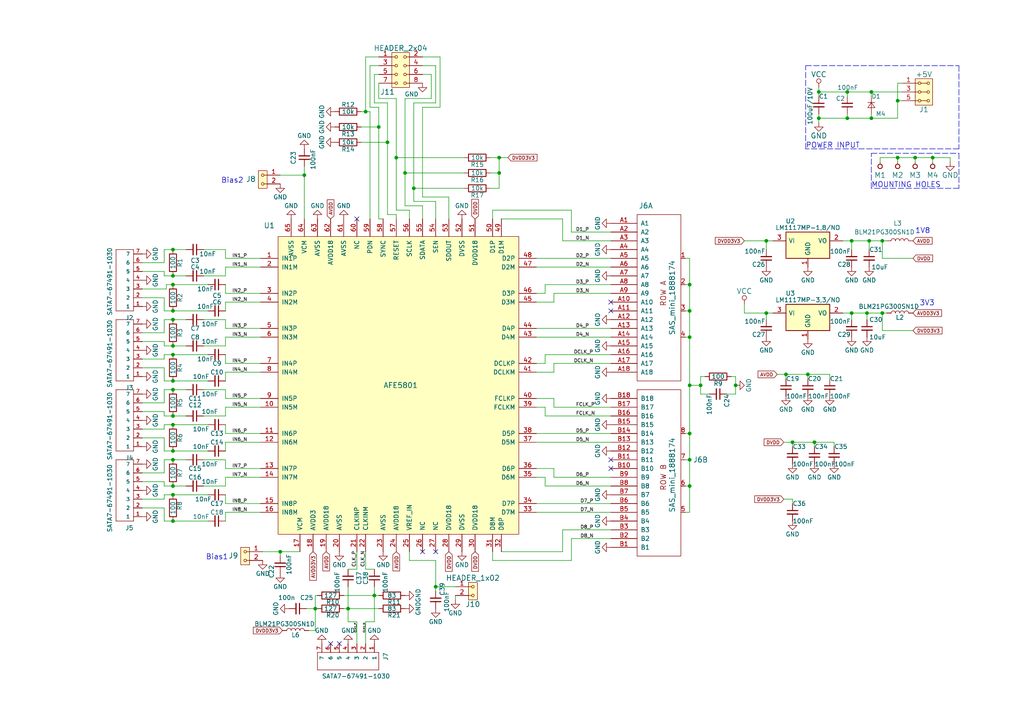
<source format=kicad_sch>
(kicad_sch (version 20211123) (generator eeschema)
  (paper "A4")
  (title_block (title "ADCoctoSPI01A") (date "2022-03-24") (company "Mlab.cz") (comment 2 "Serial LVDS output 8-channel 12bit ADC"))
  (junction (at 222.25 90.805) (diameter 0.9144))
  (junction (at 247.015 69.85) (diameter 0.9144))
  (junction (at 255.905 69.85) (diameter 0.9144))
  (junction (at 236.22 128.27) (diameter 0.9144))
  (junction (at 112.395 41.275) (diameter 0.9144))
  (junction (at 237.49 26.67) (diameter 0.9144))
  (junction (at 50.165 102.87) (diameter 0.9144))
  (junction (at 50.165 143.51) (diameter 0.9144))
  (junction (at 114.935 45.72) (diameter 0.9144))
  (junction (at 270.51 45.72) (diameter 0.9144))
  (junction (at 117.475 50.165) (diameter 0.9144))
  (junction (at 227.965 108.585) (diameter 0.9144))
  (junction (at 200.025 97.79) (diameter 0.9144))
  (junction (at 237.49 34.29) (diameter 0.9144))
  (junction (at 81.28 160.02) (diameter 0.9144))
  (junction (at 260.35 29.21) (diameter 0.9144))
  (junction (at 200.025 140.97) (diameter 0.9144))
  (junction (at 245.745 34.29) (diameter 0.9144))
  (junction (at 50.165 151.13) (diameter 0.9144))
  (junction (at 200.025 82.55) (diameter 0.9144))
  (junction (at 100.965 176.53) (diameter 0.9144))
  (junction (at 200.025 90.17) (diameter 0.9144))
  (junction (at 252.095 69.85) (diameter 0.9144))
  (junction (at 50.165 90.17) (diameter 0.9144))
  (junction (at 203.2 111.76) (diameter 0.9144))
  (junction (at 251.46 90.805) (diameter 0.9144))
  (junction (at 88.265 50.8) (diameter 0.9144))
  (junction (at 200.025 111.76) (diameter 0.9144))
  (junction (at 108.585 172.72) (diameter 0.9144))
  (junction (at 50.165 100.33) (diameter 0.9144))
  (junction (at 50.165 120.65) (diameter 0.9144))
  (junction (at 144.78 45.72) (diameter 0.9144))
  (junction (at 245.745 26.67) (diameter 0.9144))
  (junction (at 144.78 50.165) (diameter 0.9144))
  (junction (at 255.905 90.805) (diameter 0.9144))
  (junction (at 213.36 111.76) (diameter 0.9144))
  (junction (at 50.165 72.39) (diameter 0.9144))
  (junction (at 247.015 90.805) (diameter 0.9144))
  (junction (at 126.365 170.18) (diameter 0.9144))
  (junction (at 252.73 34.29) (diameter 0.9144))
  (junction (at 50.165 133.35) (diameter 0.9144))
  (junction (at 229.87 128.27) (diameter 0.9144))
  (junction (at 50.165 80.01) (diameter 0.9144))
  (junction (at 200.025 125.73) (diameter 0.9144))
  (junction (at 50.165 92.71) (diameter 0.9144))
  (junction (at 106.045 32.385) (diameter 0.9144))
  (junction (at 120.015 54.61) (diameter 0.9144))
  (junction (at 252.73 26.67) (diameter 0.9144))
  (junction (at 91.44 176.53) (diameter 0.9144))
  (junction (at 50.165 130.81) (diameter 0.9144))
  (junction (at 200.025 133.35) (diameter 0.9144))
  (junction (at 260.35 45.72) (diameter 0.9144))
  (junction (at 50.165 110.49) (diameter 0.9144))
  (junction (at 109.855 36.83) (diameter 0.9144))
  (junction (at 222.25 69.85) (diameter 0.9144))
  (junction (at 50.165 113.03) (diameter 0.9144))
  (junction (at 50.165 123.19) (diameter 0.9144))
  (junction (at 265.43 45.72) (diameter 0.9144))
  (junction (at 50.165 140.97) (diameter 0.9144))
  (junction (at 50.165 82.55) (diameter 0.9144))
  (junction (at 234.315 108.585) (diameter 0.9144))
  (no_connect (at 98.425 186.69))
  (no_connect (at 177.165 133.35))
  (no_connect (at 95.885 186.69))
  (no_connect (at 177.165 87.63))
  (no_connect (at 103.505 63.5))
  (no_connect (at 126.365 160.02))
  (no_connect (at 177.165 90.17))
  (no_connect (at 177.165 135.89))
  (no_connect (at 122.555 160.02))
  (wire (pts (xy 155.575 74.93) (xy 177.165 74.93)))
  (wire (pts (xy 144.78 45.72) (xy 147.32 45.72)))
  (wire (pts (xy 103.505 160.02) (xy 103.505 165.1)))
  (wire (pts (xy 108.585 172.72) (xy 108.585 170.18)))
  (wire (pts (xy 255.905 69.85) (xy 257.175 69.85)))
  (wire (pts (xy 107.315 31.115) (xy 109.855 31.115)))
  (wire (pts (xy 155.575 118.11) (xy 158.115 118.11)))
  (wire (pts (xy 47.625 80.01) (xy 50.165 80.01)))
  (wire (pts (xy 126.365 162.56) (xy 126.365 170.18)))
  (wire (pts (xy 114.935 28.575) (xy 114.935 45.72)))
  (wire (pts (xy 65.405 90.17) (xy 65.405 87.63)))
  (wire (pts (xy 200.025 148.59) (xy 198.755 148.59)))
  (polyline (pts (xy 233.68 19.05) (xy 278.13 19.05)) (stroke (width 0) (type dash)))
  (wire (pts (xy 50.165 72.39) (xy 53.975 72.39)))
  (wire (pts (xy 41.275 78.74) (xy 47.625 78.74)))
  (wire (pts (xy 47.625 133.35) (xy 50.165 133.35)))
  (wire (pts (xy 117.475 28.575) (xy 117.475 50.165)))
  (wire (pts (xy 213.36 109.22) (xy 212.09 109.22)))
  (wire (pts (xy 50.165 130.81) (xy 60.325 130.81)))
  (wire (pts (xy 106.045 16.51) (xy 106.045 32.385)))
  (wire (pts (xy 109.855 16.51) (xy 106.045 16.51)))
  (wire (pts (xy 177.165 67.31) (xy 165.735 67.31)))
  (wire (pts (xy 198.755 90.17) (xy 200.025 90.17)))
  (wire (pts (xy 260.35 24.13) (xy 260.35 29.21)))
  (wire (pts (xy 88.9 176.53) (xy 91.44 176.53)))
  (wire (pts (xy 215.9 88.265) (xy 215.9 90.805)))
  (wire (pts (xy 92.075 172.72) (xy 91.44 172.72)))
  (wire (pts (xy 127.635 16.51) (xy 122.555 16.51)))
  (wire (pts (xy 65.405 118.11) (xy 75.565 118.11)))
  (wire (pts (xy 237.49 34.29) (xy 237.49 35.56)))
  (wire (pts (xy 160.655 138.43) (xy 177.165 138.43)))
  (wire (pts (xy 198.755 74.93) (xy 200.025 74.93)))
  (wire (pts (xy 109.855 24.13) (xy 109.855 28.575)))
  (wire (pts (xy 125.095 21.59) (xy 122.555 21.59)))
  (wire (pts (xy 142.24 45.72) (xy 144.78 45.72)))
  (wire (pts (xy 222.25 69.85) (xy 224.155 69.85)))
  (wire (pts (xy 59.055 140.97) (xy 65.405 140.97)))
  (wire (pts (xy 158.115 85.09) (xy 158.115 82.55)))
  (wire (pts (xy 50.165 92.71) (xy 53.975 92.71)))
  (wire (pts (xy 47.625 139.7) (xy 47.625 140.97)))
  (wire (pts (xy 59.055 92.71) (xy 65.405 92.71)))
  (wire (pts (xy 222.25 90.805) (xy 224.155 90.805)))
  (wire (pts (xy 47.625 110.49) (xy 50.165 110.49)))
  (wire (pts (xy 237.49 26.67) (xy 245.745 26.67)))
  (wire (pts (xy 126.365 170.18) (xy 126.365 171.45)))
  (wire (pts (xy 229.87 144.78) (xy 229.87 146.05)))
  (wire (pts (xy 59.055 113.03) (xy 65.405 113.03)))
  (wire (pts (xy 200.025 133.35) (xy 200.025 140.97)))
  (wire (pts (xy 198.755 133.35) (xy 200.025 133.35)))
  (wire (pts (xy 47.625 137.16) (xy 41.275 137.16)))
  (wire (pts (xy 215.9 69.85) (xy 222.25 69.85)))
  (wire (pts (xy 99.695 176.53) (xy 100.965 176.53)))
  (wire (pts (xy 65.405 100.33) (xy 65.405 97.79)))
  (wire (pts (xy 48.26 83.82) (xy 48.26 82.55)))
  (wire (pts (xy 47.625 143.51) (xy 50.165 143.51)))
  (wire (pts (xy 222.25 72.39) (xy 222.25 69.85)))
  (wire (pts (xy 65.405 85.09) (xy 75.565 85.09)))
  (wire (pts (xy 118.745 162.56) (xy 126.365 162.56)))
  (wire (pts (xy 41.275 139.7) (xy 47.625 139.7)))
  (wire (pts (xy 144.78 54.61) (xy 142.24 54.61)))
  (wire (pts (xy 255.905 90.805) (xy 257.175 90.805)))
  (wire (pts (xy 200.025 111.76) (xy 200.025 125.73)))
  (wire (pts (xy 47.625 123.19) (xy 50.165 123.19)))
  (wire (pts (xy 155.575 97.79) (xy 177.165 97.79)))
  (wire (pts (xy 203.2 109.22) (xy 203.2 111.76)))
  (wire (pts (xy 41.275 83.82) (xy 48.26 83.82)))
  (wire (pts (xy 47.625 144.78) (xy 41.275 144.78)))
  (wire (pts (xy 109.855 36.83) (xy 109.855 63.5)))
  (wire (pts (xy 229.87 129.54) (xy 229.87 128.27)))
  (wire (pts (xy 177.165 102.87) (xy 158.115 102.87)))
  (wire (pts (xy 112.395 62.23) (xy 114.935 62.23)))
  (wire (pts (xy 155.575 95.25) (xy 177.165 95.25)))
  (wire (pts (xy 213.36 111.76) (xy 213.36 109.22)))
  (wire (pts (xy 260.35 45.72) (xy 265.43 45.72)))
  (wire (pts (xy 155.575 146.05) (xy 177.165 146.05)))
  (wire (pts (xy 213.36 114.3) (xy 213.36 111.76)))
  (polyline (pts (xy 252.73 44.45) (xy 278.13 44.45)) (stroke (width 0) (type dash)))
  (wire (pts (xy 255.905 95.885) (xy 255.905 90.805)))
  (wire (pts (xy 158.115 140.97) (xy 177.165 140.97)))
  (wire (pts (xy 198.755 82.55) (xy 200.025 82.55)))
  (wire (pts (xy 126.365 29.845) (xy 126.365 19.05)))
  (wire (pts (xy 41.275 76.2) (xy 47.625 76.2)))
  (wire (pts (xy 65.405 77.47) (xy 75.565 77.47)))
  (wire (pts (xy 275.59 45.72) (xy 275.59 46.99)))
  (wire (pts (xy 270.51 46.99) (xy 270.51 45.72)))
  (wire (pts (xy 65.405 133.35) (xy 65.405 135.89)))
  (wire (pts (xy 41.275 106.68) (xy 47.625 106.68)))
  (wire (pts (xy 50.165 143.51) (xy 60.325 143.51)))
  (wire (pts (xy 109.855 63.5) (xy 111.125 63.5)))
  (wire (pts (xy 89.535 182.88) (xy 91.44 182.88)))
  (wire (pts (xy 200.025 90.17) (xy 200.025 97.79)))
  (wire (pts (xy 244.475 69.85) (xy 247.015 69.85)))
  (wire (pts (xy 261.62 29.21) (xy 260.35 29.21)))
  (wire (pts (xy 47.625 106.68) (xy 47.625 110.49)))
  (wire (pts (xy 163.195 153.67) (xy 177.165 153.67)))
  (wire (pts (xy 109.855 19.05) (xy 107.315 19.05)))
  (polyline (pts (xy 278.13 44.45) (xy 278.13 54.61)) (stroke (width 0) (type dash)))
  (wire (pts (xy 227.965 109.855) (xy 227.965 108.585)))
  (wire (pts (xy 50.165 140.97) (xy 53.975 140.97)))
  (wire (pts (xy 225.425 108.585) (xy 227.965 108.585)))
  (wire (pts (xy 47.625 104.14) (xy 41.275 104.14)))
  (wire (pts (xy 47.625 100.33) (xy 50.165 100.33)))
  (wire (pts (xy 155.575 125.73) (xy 177.165 125.73)))
  (wire (pts (xy 65.405 82.55) (xy 65.405 85.09)))
  (wire (pts (xy 158.115 82.55) (xy 177.165 82.55)))
  (wire (pts (xy 165.735 60.96) (xy 142.875 60.96)))
  (wire (pts (xy 47.625 102.87) (xy 50.165 102.87)))
  (wire (pts (xy 145.415 63.5) (xy 163.195 63.5)))
  (wire (pts (xy 270.51 45.72) (xy 275.59 45.72)))
  (wire (pts (xy 65.405 113.03) (xy 65.405 115.57)))
  (wire (pts (xy 59.055 120.65) (xy 65.405 120.65)))
  (wire (pts (xy 65.405 115.57) (xy 75.565 115.57)))
  (wire (pts (xy 47.625 86.36) (xy 47.625 90.17)))
  (polyline (pts (xy 278.13 19.05) (xy 278.13 43.18)) (stroke (width 0) (type dash)))
  (wire (pts (xy 50.165 82.55) (xy 60.325 82.55)))
  (wire (pts (xy 252.73 33.02) (xy 252.73 34.29)))
  (wire (pts (xy 100.965 170.18) (xy 100.965 176.53)))
  (wire (pts (xy 244.475 90.805) (xy 247.015 90.805)))
  (wire (pts (xy 200.025 82.55) (xy 200.025 90.17)))
  (wire (pts (xy 47.625 113.03) (xy 47.625 116.84)))
  (wire (pts (xy 47.625 140.97) (xy 50.165 140.97)))
  (wire (pts (xy 158.115 138.43) (xy 158.115 140.97)))
  (wire (pts (xy 255.905 74.93) (xy 255.905 69.85)))
  (wire (pts (xy 155.575 107.95) (xy 160.655 107.95)))
  (wire (pts (xy 50.165 133.35) (xy 53.975 133.35)))
  (wire (pts (xy 65.405 135.89) (xy 75.565 135.89)))
  (wire (pts (xy 134.62 50.165) (xy 117.475 50.165)))
  (wire (pts (xy 252.73 26.67) (xy 261.62 26.67)))
  (wire (pts (xy 50.165 120.65) (xy 53.975 120.65)))
  (wire (pts (xy 142.875 160.02) (xy 142.875 162.56)))
  (wire (pts (xy 122.555 57.15) (xy 122.555 31.115)))
  (wire (pts (xy 155.575 138.43) (xy 158.115 138.43)))
  (wire (pts (xy 114.935 60.96) (xy 118.745 60.96)))
  (wire (pts (xy 198.755 97.79) (xy 200.025 97.79)))
  (wire (pts (xy 65.405 130.81) (xy 65.405 128.27)))
  (wire (pts (xy 237.49 26.67) (xy 237.49 27.94)))
  (wire (pts (xy 203.2 111.76) (xy 203.2 114.3)))
  (wire (pts (xy 120.015 29.845) (xy 126.365 29.845)))
  (polyline (pts (xy 252.73 54.61) (xy 252.73 44.45)) (stroke (width 0) (type dash)))
  (wire (pts (xy 264.795 95.885) (xy 255.905 95.885)))
  (wire (pts (xy 106.045 160.02) (xy 106.045 165.1)))
  (wire (pts (xy 108.585 29.845) (xy 112.395 29.845)))
  (wire (pts (xy 100.965 180.34) (xy 103.505 180.34)))
  (wire (pts (xy 65.405 146.05) (xy 75.565 146.05)))
  (wire (pts (xy 252.095 69.85) (xy 255.905 69.85)))
  (wire (pts (xy 65.405 87.63) (xy 75.565 87.63)))
  (wire (pts (xy 65.405 143.51) (xy 65.405 146.05)))
  (wire (pts (xy 92.075 176.53) (xy 91.44 176.53)))
  (wire (pts (xy 165.735 156.21) (xy 177.165 156.21)))
  (wire (pts (xy 234.315 109.855) (xy 234.315 108.585)))
  (wire (pts (xy 47.625 130.81) (xy 50.165 130.81)))
  (wire (pts (xy 265.43 46.99) (xy 265.43 45.72)))
  (wire (pts (xy 47.625 127) (xy 47.625 130.81)))
  (wire (pts (xy 117.475 28.575) (xy 125.095 28.575)))
  (wire (pts (xy 65.405 95.25) (xy 75.565 95.25)))
  (wire (pts (xy 237.49 33.02) (xy 237.49 34.29)))
  (wire (pts (xy 48.26 82.55) (xy 50.165 82.55)))
  (wire (pts (xy 65.405 80.01) (xy 59.055 80.01)))
  (wire (pts (xy 160.655 115.57) (xy 160.655 118.11)))
  (wire (pts (xy 109.855 31.115) (xy 109.855 36.83)))
  (wire (pts (xy 245.745 33.02) (xy 245.745 34.29)))
  (wire (pts (xy 47.625 143.51) (xy 47.625 144.78)))
  (wire (pts (xy 198.755 140.97) (xy 200.025 140.97)))
  (wire (pts (xy 88.265 50.8) (xy 88.265 63.5)))
  (wire (pts (xy 165.735 67.31) (xy 165.735 60.96)))
  (wire (pts (xy 251.46 90.805) (xy 251.46 92.71)))
  (wire (pts (xy 59.055 72.39) (xy 65.405 72.39)))
  (wire (pts (xy 47.625 147.32) (xy 47.625 151.13)))
  (wire (pts (xy 47.625 120.65) (xy 50.165 120.65)))
  (wire (pts (xy 118.745 160.02) (xy 118.745 162.56)))
  (wire (pts (xy 142.875 162.56) (xy 165.735 162.56)))
  (wire (pts (xy 252.73 27.94) (xy 252.73 26.67)))
  (wire (pts (xy 59.055 100.33) (xy 65.405 100.33)))
  (wire (pts (xy 50.165 110.49) (xy 60.325 110.49)))
  (wire (pts (xy 81.28 161.29) (xy 81.28 160.02)))
  (wire (pts (xy 155.575 85.09) (xy 158.115 85.09)))
  (wire (pts (xy 132.08 172.72) (xy 132.08 173.99)))
  (wire (pts (xy 142.875 60.96) (xy 142.875 63.5)))
  (wire (pts (xy 50.165 90.17) (xy 60.325 90.17)))
  (wire (pts (xy 114.935 62.23) (xy 114.935 63.5)))
  (wire (pts (xy 109.855 28.575) (xy 114.935 28.575)))
  (wire (pts (xy 255.905 74.93) (xy 264.795 74.93)))
  (wire (pts (xy 163.195 160.02) (xy 163.195 153.67)))
  (wire (pts (xy 203.2 114.3) (xy 205.74 114.3)))
  (wire (pts (xy 107.315 32.385) (xy 107.315 63.5)))
  (wire (pts (xy 234.315 108.585) (xy 240.665 108.585)))
  (wire (pts (xy 245.745 27.94) (xy 245.745 26.67)))
  (wire (pts (xy 155.575 87.63) (xy 160.655 87.63)))
  (wire (pts (xy 50.165 113.03) (xy 53.975 113.03)))
  (wire (pts (xy 41.275 147.32) (xy 47.625 147.32)))
  (wire (pts (xy 247.015 90.805) (xy 251.46 90.805)))
  (wire (pts (xy 91.44 182.88) (xy 91.44 176.53)))
  (wire (pts (xy 130.175 57.15) (xy 130.175 63.5)))
  (wire (pts (xy 47.625 76.2) (xy 47.625 72.39)))
  (wire (pts (xy 132.08 170.18) (xy 126.365 170.18)))
  (wire (pts (xy 160.655 105.41) (xy 177.165 105.41)))
  (wire (pts (xy 65.405 105.41) (xy 75.565 105.41)))
  (wire (pts (xy 160.655 118.11) (xy 177.165 118.11)))
  (wire (pts (xy 142.24 50.165) (xy 144.78 50.165)))
  (wire (pts (xy 76.2 160.02) (xy 81.28 160.02)))
  (wire (pts (xy 47.625 72.39) (xy 50.165 72.39)))
  (wire (pts (xy 47.625 119.38) (xy 47.625 120.65)))
  (wire (pts (xy 127.635 31.115) (xy 127.635 16.51)))
  (wire (pts (xy 65.405 92.71) (xy 65.405 95.25)))
  (wire (pts (xy 144.78 50.165) (xy 144.78 54.61)))
  (wire (pts (xy 88.265 48.26) (xy 88.265 50.8)))
  (wire (pts (xy 252.095 72.39) (xy 252.095 69.85)))
  (wire (pts (xy 255.27 45.72) (xy 260.35 45.72)))
  (wire (pts (xy 240.665 108.585) (xy 240.665 109.855)))
  (wire (pts (xy 65.405 107.95) (xy 75.565 107.95)))
  (wire (pts (xy 65.405 140.97) (xy 65.405 138.43)))
  (wire (pts (xy 41.275 99.06) (xy 47.625 99.06)))
  (wire (pts (xy 200.025 111.76) (xy 203.2 111.76)))
  (wire (pts (xy 65.405 110.49) (xy 65.405 107.95)))
  (wire (pts (xy 236.22 129.54) (xy 236.22 128.27)))
  (wire (pts (xy 158.115 102.87) (xy 158.115 105.41)))
  (wire (pts (xy 47.625 78.74) (xy 47.625 80.01)))
  (wire (pts (xy 247.015 72.39) (xy 247.015 69.85)))
  (wire (pts (xy 65.405 151.13) (xy 65.405 148.59)))
  (wire (pts (xy 241.935 128.27) (xy 241.935 129.54)))
  (wire (pts (xy 47.625 116.84) (xy 41.275 116.84)))
  (wire (pts (xy 158.115 120.65) (xy 177.165 120.65)))
  (wire (pts (xy 245.745 26.67) (xy 252.73 26.67)))
  (wire (pts (xy 47.625 99.06) (xy 47.625 100.33)))
  (wire (pts (xy 260.35 29.21) (xy 260.35 34.29)))
  (wire (pts (xy 160.655 87.63) (xy 160.655 85.09)))
  (wire (pts (xy 65.405 123.19) (xy 65.405 125.73)))
  (wire (pts (xy 106.045 180.34) (xy 108.585 180.34)))
  (polyline (pts (xy 278.13 43.18) (xy 233.68 43.18)) (stroke (width 0) (type dash)))
  (wire (pts (xy 65.405 72.39) (xy 65.405 74.93)))
  (wire (pts (xy 41.275 86.36) (xy 47.625 86.36)))
  (wire (pts (xy 109.855 21.59) (xy 108.585 21.59)))
  (wire (pts (xy 200.025 140.97) (xy 200.025 148.59)))
  (wire (pts (xy 47.625 104.14) (xy 47.625 102.87)))
  (wire (pts (xy 47.625 124.46) (xy 47.625 123.19)))
  (wire (pts (xy 50.165 151.13) (xy 60.325 151.13)))
  (wire (pts (xy 261.62 24.13) (xy 260.35 24.13)))
  (wire (pts (xy 59.055 133.35) (xy 65.405 133.35)))
  (wire (pts (xy 91.44 172.72) (xy 91.44 176.53)))
  (wire (pts (xy 41.275 124.46) (xy 47.625 124.46)))
  (wire (pts (xy 120.015 54.61) (xy 120.015 58.42)))
  (wire (pts (xy 47.625 151.13) (xy 50.165 151.13)))
  (wire (pts (xy 251.46 90.805) (xy 255.905 90.805)))
  (wire (pts (xy 236.22 128.27) (xy 241.935 128.27)))
  (wire (pts (xy 109.855 172.72) (xy 108.585 172.72)))
  (wire (pts (xy 41.275 127) (xy 47.625 127)))
  (wire (pts (xy 100.965 165.1) (xy 103.505 165.1)))
  (wire (pts (xy 265.43 45.72) (xy 270.51 45.72)))
  (wire (pts (xy 255.27 45.72) (xy 255.27 46.99)))
  (wire (pts (xy 109.855 176.53) (xy 100.965 176.53)))
  (wire (pts (xy 227.965 108.585) (xy 234.315 108.585)))
  (wire (pts (xy 134.62 54.61) (xy 120.015 54.61)))
  (wire (pts (xy 120.015 29.845) (xy 120.015 54.61)))
  (wire (pts (xy 65.405 77.47) (xy 65.405 80.01)))
  (wire (pts (xy 47.625 92.71) (xy 50.165 92.71)))
  (wire (pts (xy 229.87 128.27) (xy 236.22 128.27)))
  (wire (pts (xy 122.555 31.115) (xy 127.635 31.115)))
  (wire (pts (xy 260.35 34.29) (xy 252.73 34.29)))
  (wire (pts (xy 47.625 92.71) (xy 47.625 96.52)))
  (wire (pts (xy 134.62 45.72) (xy 114.935 45.72)))
  (wire (pts (xy 65.405 125.73) (xy 75.565 125.73)))
  (wire (pts (xy 117.475 59.69) (xy 122.555 59.69)))
  (polyline (pts (xy 233.68 43.18) (xy 233.68 19.05)) (stroke (width 0) (type dash)))
  (wire (pts (xy 65.405 128.27) (xy 75.565 128.27)))
  (wire (pts (xy 108.585 21.59) (xy 108.585 29.845)))
  (wire (pts (xy 252.73 34.29) (xy 245.745 34.29)))
  (polyline (pts (xy 278.13 54.61) (xy 252.73 54.61)) (stroke (width 0) (type dash)))
  (wire (pts (xy 47.625 133.35) (xy 47.625 137.16)))
  (wire (pts (xy 107.315 19.05) (xy 107.315 31.115)))
  (wire (pts (xy 215.9 90.805) (xy 222.25 90.805)))
  (wire (pts (xy 160.655 107.95) (xy 160.655 105.41)))
  (wire (pts (xy 125.095 28.575) (xy 125.095 21.59)))
  (wire (pts (xy 104.775 36.83) (xy 109.855 36.83)))
  (wire (pts (xy 47.625 90.17) (xy 50.165 90.17)))
  (wire (pts (xy 65.405 74.93) (xy 75.565 74.93)))
  (wire (pts (xy 210.82 114.3) (xy 213.36 114.3)))
  (wire (pts (xy 155.575 115.57) (xy 160.655 115.57)))
  (wire (pts (xy 50.165 102.87) (xy 60.325 102.87)))
  (wire (pts (xy 158.115 118.11) (xy 158.115 120.65)))
  (wire (pts (xy 160.655 85.09) (xy 177.165 85.09)))
  (wire (pts (xy 114.935 45.72) (xy 114.935 60.96)))
  (wire (pts (xy 118.745 60.96) (xy 118.745 63.5)))
  (wire (pts (xy 260.35 46.99) (xy 260.35 45.72)))
  (wire (pts (xy 155.575 128.27) (xy 177.165 128.27)))
  (wire (pts (xy 112.395 29.845) (xy 112.395 41.275)))
  (wire (pts (xy 247.015 69.85) (xy 252.095 69.85)))
  (wire (pts (xy 103.505 180.34) (xy 103.505 186.69)))
  (wire (pts (xy 100.965 176.53) (xy 100.965 180.34)))
  (wire (pts (xy 50.165 80.01) (xy 53.975 80.01)))
  (wire (pts (xy 145.415 160.02) (xy 163.195 160.02)))
  (wire (pts (xy 122.555 59.69) (xy 122.555 63.5)))
  (wire (pts (xy 81.28 50.8) (xy 88.265 50.8)))
  (wire (pts (xy 120.015 58.42) (xy 126.365 58.42)))
  (wire (pts (xy 155.575 77.47) (xy 177.165 77.47)))
  (wire (pts (xy 47.625 96.52) (xy 41.275 96.52)))
  (wire (pts (xy 198.755 125.73) (xy 200.025 125.73)))
  (wire (pts (xy 106.045 32.385) (xy 107.315 32.385)))
  (wire (pts (xy 247.015 90.805) (xy 247.015 92.71)))
  (wire (pts (xy 117.475 50.165) (xy 117.475 59.69)))
  (wire (pts (xy 112.395 41.275) (xy 112.395 62.23)))
  (wire (pts (xy 204.47 109.22) (xy 203.2 109.22)))
  (wire (pts (xy 245.745 34.29) (xy 237.49 34.29)))
  (wire (pts (xy 104.775 41.275) (xy 112.395 41.275)))
  (wire (pts (xy 65.405 138.43) (xy 75.565 138.43)))
  (wire (pts (xy 155.575 105.41) (xy 158.115 105.41)))
  (wire (pts (xy 160.655 135.89) (xy 160.655 138.43)))
  (wire (pts (xy 106.045 186.69) (xy 106.045 180.34)))
  (wire (pts (xy 200.025 74.93) (xy 200.025 82.55)))
  (wire (pts (xy 227.33 128.27) (xy 229.87 128.27)))
  (wire (pts (xy 222.25 92.71) (xy 222.25 90.805)))
  (wire (pts (xy 200.025 125.73) (xy 200.025 133.35)))
  (wire (pts (xy 65.405 102.87) (xy 65.405 105.41)))
  (wire (pts (xy 47.625 113.03) (xy 50.165 113.03)))
  (wire (pts (xy 104.775 32.385) (xy 106.045 32.385)))
  (wire (pts (xy 165.735 162.56) (xy 165.735 156.21)))
  (wire (pts (xy 155.575 148.59) (xy 177.165 148.59)))
  (wire (pts (xy 106.045 165.1) (xy 108.585 165.1)))
  (wire (pts (xy 65.405 120.65) (xy 65.405 118.11)))
  (wire (pts (xy 65.405 97.79) (xy 75.565 97.79)))
  (wire (pts (xy 237.49 25.4) (xy 237.49 26.67)))
  (wire (pts (xy 200.025 97.79) (xy 200.025 111.76)))
  (wire (pts (xy 126.365 19.05) (xy 122.555 19.05)))
  (wire (pts (xy 163.195 69.85) (xy 177.165 69.85)))
  (wire (pts (xy 108.585 180.34) (xy 108.585 172.72)))
  (wire (pts (xy 50.165 100.33) (xy 53.975 100.33)))
  (wire (pts (xy 99.695 172.72) (xy 108.585 172.72)))
  (wire (pts (xy 81.28 160.02) (xy 86.995 160.02)))
  (wire (pts (xy 65.405 148.59) (xy 75.565 148.59)))
  (wire (pts (xy 155.575 135.89) (xy 160.655 135.89)))
  (wire (pts (xy 50.165 123.19) (xy 60.325 123.19)))
  (wire (pts (xy 41.275 119.38) (xy 47.625 119.38)))
  (wire (pts (xy 163.195 63.5) (xy 163.195 69.85)))
  (wire (pts (xy 227.33 144.78) (xy 229.87 144.78)))
  (wire (pts (xy 144.78 45.72) (xy 144.78 50.165)))
  (wire (pts (xy 126.365 58.42) (xy 126.365 63.5)))
  (wire (pts (xy 122.555 57.15) (xy 130.175 57.15)))
  (text "Bias1" (at 59.69 162.56 0) (effects (font (size 1.524 1.524)) (justify left bottom)))
  (text "Bias2" (at 64.135 53.34 0) (effects (font (size 1.524 1.524)) (justify left bottom)))
  (text "POWER INPUT" (at 233.68 43.18 0) (effects (font (size 1.524 1.524)) (justify left bottom)))
  (text "MOUNTING HOLES" (at 252.73 54.61 0) (effects (font (size 1.524 1.524)) (justify left bottom)))
  (text "1V8" (at 265.43 67.945 0) (effects (font (size 1.524 1.524)) (justify left bottom)))
  (text "3V3" (at 266.7 88.9 0) (effects (font (size 1.524 1.524)) (justify left bottom)))
  (label "IN6_P" (at 67.31 125.73 0) (effects (font (size 0.9906 0.9906))))
  (label "IN5_N" (at 67.31 118.11 0) (effects (font (size 0.9906 0.9906))))
  (label "IN8_N" (at 67.31 148.59 0) (effects (font (size 0.9906 0.9906))))
  (label "CLK_N" (at 106.045 164.465 90) (effects (font (size 0.9906 0.9906))))
  (label "D6_P" (at 167.005 138.43 0) (effects (font (size 0.9906 0.9906))))
  (label "CLK1_N" (at 106.045 183.515 90) (effects (font (size 0.508 0.508))))
  (label "FCLK_P" (at 167.005 118.11 0) (effects (font (size 0.9906 0.9906))))
  (label "D5_P" (at 167.005 125.73 0) (effects (font (size 0.9906 0.9906))))
  (label "IN8_P" (at 67.31 146.05 0) (effects (font (size 0.9906 0.9906))))
  (label "D6_N" (at 167.005 140.97 0) (effects (font (size 0.9906 0.9906))))
  (label "DCLK_P" (at 166.37 102.87 0) (effects (font (size 0.9906 0.9906))))
  (label "D7_P" (at 168.275 146.05 0) (effects (font (size 0.9906 0.9906))))
  (label "CLK_P" (at 103.505 164.465 90) (effects (font (size 0.9906 0.9906))))
  (label "D5_N" (at 167.005 128.27 0) (effects (font (size 0.9906 0.9906))))
  (label "D8_P" (at 168.275 153.67 0) (effects (font (size 0.9906 0.9906))))
  (label "FCLK_N" (at 167.005 120.65 0) (effects (font (size 0.9906 0.9906))))
  (label "IN1_P" (at 67.31 74.93 0) (effects (font (size 0.9906 0.9906))))
  (label "D1_N" (at 167.005 69.85 0) (effects (font (size 0.9906 0.9906))))
  (label "D3_N" (at 167.005 85.09 0) (effects (font (size 0.9906 0.9906))))
  (label "IN7_N" (at 67.31 138.43 0) (effects (font (size 0.9906 0.9906))))
  (label "DCLK_N" (at 166.37 105.41 0) (effects (font (size 0.9906 0.9906))))
  (label "IN2_N" (at 67.31 87.63 0) (effects (font (size 0.9906 0.9906))))
  (label "IN4_P" (at 67.31 105.41 0) (effects (font (size 0.9906 0.9906))))
  (label "D8_N" (at 168.275 156.21 0) (effects (font (size 0.9906 0.9906))))
  (label "D7_N" (at 168.275 148.59 0) (effects (font (size 0.9906 0.9906))))
  (label "D2_P" (at 167.005 74.93 0) (effects (font (size 0.9906 0.9906))))
  (label "D2_N" (at 167.005 77.47 0) (effects (font (size 0.9906 0.9906))))
  (label "IN4_N" (at 67.31 107.95 0) (effects (font (size 0.9906 0.9906))))
  (label "D4_N" (at 167.005 97.79 0) (effects (font (size 0.9906 0.9906))))
  (label "CLK1_P" (at 103.505 183.515 90) (effects (font (size 0.508 0.508))))
  (label "D1_P" (at 167.005 67.31 0) (effects (font (size 0.9906 0.9906))))
  (label "IN5_P" (at 67.31 115.57 0) (effects (font (size 0.9906 0.9906))))
  (label "IN3_N" (at 67.31 97.79 0) (effects (font (size 0.9906 0.9906))))
  (label "IN7_P" (at 67.31 135.89 0) (effects (font (size 0.9906 0.9906))))
  (label "IN6_N" (at 67.31 128.27 0) (effects (font (size 0.9906 0.9906))))
  (label "D3_P" (at 167.005 82.55 0) (effects (font (size 0.9906 0.9906))))
  (label "IN3_P" (at 67.31 95.25 0) (effects (font (size 0.9906 0.9906))))
  (label "IN1_N" (at 67.31 77.47 0) (effects (font (size 0.9906 0.9906))))
  (label "IN2_P" (at 67.31 85.09 0) (effects (font (size 0.9906 0.9906))))
  (label "D4_P" (at 167.005 95.25 0) (effects (font (size 0.9906 0.9906))))
  (global_label "AVDD" (shape input) (at 114.935 160.02 270) (effects (font (size 0.9906 0.9906))) (property "Intersheet References" "${INTERSHEET_REFS}" (effects hide)))
  (global_label "AVDD" (shape input) (at 225.425 108.585 180) (effects (font (size 0.9906 0.9906))) (property "Intersheet References" "${INTERSHEET_REFS}" (effects hide)))
  (global_label "AVDD" (shape input) (at 264.795 69.85 0) (effects (font (size 0.9906 0.9906))) (property "Intersheet References" "${INTERSHEET_REFS}" (effects hide)))
  (global_label "DVDD3V3" (shape input) (at 227.33 144.78 180) (effects (font (size 0.9906 0.9906))) (property "Intersheet References" "${INTERSHEET_REFS}" (effects hide)))
  (global_label "AVDD" (shape input) (at 94.615 160.02 270) (effects (font (size 0.9906 0.9906))) (property "Intersheet References" "${INTERSHEET_REFS}" (effects hide)))
  (global_label "AVDD" (shape input) (at 95.885 63.5 90) (effects (font (size 0.9906 0.9906))) (property "Intersheet References" "${INTERSHEET_REFS}" (effects hide)))
  (global_label "DVDD" (shape input) (at 227.33 128.27 180) (effects (font (size 0.9906 0.9906))) (property "Intersheet References" "${INTERSHEET_REFS}" (effects hide)))
  (global_label "DVDD3V3" (shape input) (at 147.32 45.72 0) (effects (font (size 0.9906 0.9906))) (property "Intersheet References" "${INTERSHEET_REFS}" (effects hide)))
  (global_label "DVDD" (shape input) (at 130.175 160.02 270) (effects (font (size 0.9906 0.9906))) (property "Intersheet References" "${INTERSHEET_REFS}" (effects hide)))
  (global_label "DVDD3V3" (shape input) (at 81.915 182.88 180) (effects (font (size 0.9906 0.9906))) (property "Intersheet References" "${INTERSHEET_REFS}" (effects hide)))
  (global_label "DVDD" (shape input) (at 264.795 74.93 0) (effects (font (size 0.9906 0.9906))) (property "Intersheet References" "${INTERSHEET_REFS}" (effects hide)))
  (global_label "DVDD" (shape input) (at 137.795 63.5 90) (effects (font (size 0.9906 0.9906))) (property "Intersheet References" "${INTERSHEET_REFS}" (effects hide)))
  (global_label "AVDD3V3" (shape input) (at 264.795 90.805 0) (effects (font (size 0.9906 0.9906))) (property "Intersheet References" "${INTERSHEET_REFS}" (effects hide)))
  (global_label "AVDD3V3" (shape input) (at 90.805 160.02 270) (effects (font (size 0.9906 0.9906))) (property "Intersheet References" "${INTERSHEET_REFS}" (effects hide)))
  (global_label "DVDD3V3" (shape input) (at 215.9 69.85 180) (effects (font (size 0.9906 0.9906))) (property "Intersheet References" "${INTERSHEET_REFS}" (effects hide)))
  (global_label "DVDD3V3" (shape input) (at 264.795 95.885 0) (effects (font (size 0.9906 0.9906))) (property "Intersheet References" "${INTERSHEET_REFS}" (effects hide)))
  (global_label "DVDD" (shape input) (at 137.795 160.02 270) (effects (font (size 0.9906 0.9906))) (property "Intersheet References" "${INTERSHEET_REFS}" (effects hide)))
  (symbol (lib_id "ADCoctoSPI01A-rescue:HEADER_2x03_PARALLEL-MLAB_HEADER") (at 267.97 26.67 0) (unit 1)
    (property "Reference" "J1" (at 267.97 31.75 0) (effects (font (size 1.524 1.524))))
    (property "Value" "+5V" (at 267.97 21.59 0) (effects (font (size 1.524 1.524))))
    (property "Footprint" "Mlab_Pin_Headers:Straight_2x03" (effects hide))
  )
  (symbol (lib_id "ADCoctoSPI01A-rescue:VCC-power") (at 237.49 25.4 0) (unit 1)
    (property "Reference" "#PWR01" (effects hide))
    (property "Value" "VCC" (at 237.49 21.59 0) (effects (font (size 1.524 1.524))))
  )
  (symbol (lib_id "ADCoctoSPI01A-rescue:GND-power") (at 237.49 35.56 0) (unit 1)
    (property "Reference" "#PWR02" (effects hide))
    (property "Value" "GND" (at 237.49 39.37 0) (effects (font (size 1.524 1.524))))
  )
  (symbol (lib_id "ADCoctoSPI01A-rescue:HOLE-MLAB_MECHANICAL") (at 255.27 48.26 90) (unit 1)
    (property "Reference" "M1" (at 255.27 50.8 90) (effects (font (size 1.524 1.524))))
    (property "Value" "HOLE" (effects hide))
    (property "Footprint" "Mlab_Mechanical:MountingHole_3mm" (effects hide))
  )
  (symbol (lib_id "ADCoctoSPI01A-rescue:HOLE-MLAB_MECHANICAL") (at 260.35 48.26 90) (unit 1)
    (property "Reference" "M2" (at 260.35 50.8 90) (effects (font (size 1.524 1.524))))
    (property "Value" "HOLE" (effects hide))
    (property "Footprint" "Mlab_Mechanical:MountingHole_3mm" (effects hide))
  )
  (symbol (lib_id "ADCoctoSPI01A-rescue:HOLE-MLAB_MECHANICAL") (at 265.43 48.26 90) (unit 1)
    (property "Reference" "M3" (at 265.43 50.8 90) (effects (font (size 1.524 1.524))))
    (property "Value" "HOLE" (effects hide))
    (property "Footprint" "Mlab_Mechanical:MountingHole_3mm" (effects hide))
  )
  (symbol (lib_id "ADCoctoSPI01A-rescue:HOLE-MLAB_MECHANICAL") (at 270.51 48.26 90) (unit 1)
    (property "Reference" "M4" (at 270.51 50.8 90) (effects (font (size 1.524 1.524))))
    (property "Value" "HOLE" (effects hide))
    (property "Footprint" "Mlab_Mechanical:MountingHole_3mm" (effects hide))
  )
  (symbol (lib_id "ADCoctoSPI01A-rescue:GND-power") (at 275.59 46.99 0) (unit 1)
    (property "Reference" "#PWR03" (effects hide))
    (property "Value" "GND" (at 275.59 50.8 0) (effects (font (size 1.524 1.524))))
  )
  (symbol (lib_id "ADCoctoSPI01A-rescue:D_Small-device") (at 252.73 30.48 90) (mirror x) (unit 1)
    (property "Reference" "D1" (at 252.73 27.94 90) (effects (justify right)))
    (property "Value" "M4" (at 254 33.02 90) (effects (justify right)))
    (property "Footprint" "Diode_SMD:D_SMA" (effects hide))
  )
  (symbol (lib_id "ADCoctoSPI01A-rescue:C_Small-device") (at 237.49 30.48 0) (unit 1)
    (property "Reference" "C1" (at 237.49 27.94 0) (effects (justify left)))
    (property "Value" "100uF/10V" (at 234.95 36.195 90) (effects (justify left)))
    (property "Footprint" "Capacitor_SMD:C_1210_3225Metric_Pad1.33x2.70mm_HandSolder" (effects hide))
    (property "Datasheet" "https://www.tme.eu/sk/katalog/#search=100uf+1210&s_field=accuracy&s_order=DESC&id_category=113185&page=1" (effects hide))
  )
  (symbol (lib_id "ADCoctoSPI01A-rescue:AFE5801-DENGS_lib") (at 114.935 111.76 0) (unit 1)
    (property "Reference" "U1" (at 78.105 65.405 0) (effects (font (size 1.524 1.524))))
    (property "Value" "AFE5801" (at 116.205 111.76 0) (effects (font (size 1.524 1.524))))
    (property "Footprint" "Mlab_IO:QFN-64-1EP_9x9mm_Pitch0.5mm" (effects hide))
    (property "Datasheet" "https://www.ti.com/lit/ds/symlink/afe5801.pdf" (effects hide))
  )
  (symbol (lib_id "ADCoctoSPI01A-rescue:SATA7-67491-1030-MLAB_CONNECTORS") (at 36.195 81.28 180) (unit 1)
    (property "Reference" "J2" (at 38.735 91.44 0) (effects (justify left bottom)))
    (property "Value" "SATA7-67491-1030" (at 31.115 71.755 90) (effects (justify left bottom)))
    (property "Footprint" "Mlab_CON:SATA-7_THT_VERT_2" (effects hide))
  )
  (symbol (lib_id "ADCoctoSPI01A-rescue:C_Small-device") (at 56.515 72.39 270) (unit 1)
    (property "Reference" "C3" (at 55.245 75.565 90) (effects (justify left)))
    (property "Value" "10nF" (at 57.785 73.66 90) (effects (justify left)))
    (property "Footprint" "Capacitor_SMD:C_0603_1608Metric" (effects hide))
  )
  (symbol (lib_id "ADCoctoSPI01A-rescue:R-device") (at 50.165 76.2 0) (unit 1)
    (property "Reference" "R1" (at 52.197 76.2 90))
    (property "Value" "100" (at 50.165 76.2 90))
    (property "Footprint" "Resistor_SMD:R_0603_1608Metric" (effects hide))
  )
  (symbol (lib_id "ADCoctoSPI01A-rescue:R-device") (at 50.165 86.36 0) (unit 1)
    (property "Reference" "R2" (at 52.197 86.36 90))
    (property "Value" "100" (at 50.165 86.36 90))
    (property "Footprint" "Resistor_SMD:R_0603_1608Metric" (effects hide))
  )
  (symbol (lib_id "ADCoctoSPI01A-rescue:R-device") (at 50.165 96.52 0) (unit 1)
    (property "Reference" "R3" (at 52.197 96.52 90))
    (property "Value" "100" (at 50.165 96.52 90))
    (property "Footprint" "Resistor_SMD:R_0603_1608Metric" (effects hide))
  )
  (symbol (lib_id "ADCoctoSPI01A-rescue:R-device") (at 50.165 106.68 0) (unit 1)
    (property "Reference" "R4" (at 52.197 106.68 90))
    (property "Value" "100" (at 50.165 106.68 90))
    (property "Footprint" "Resistor_SMD:R_0603_1608Metric" (effects hide))
  )
  (symbol (lib_id "ADCoctoSPI01A-rescue:R-device") (at 50.165 116.84 0) (unit 1)
    (property "Reference" "R5" (at 52.197 116.84 90))
    (property "Value" "100" (at 50.165 116.84 90))
    (property "Footprint" "Resistor_SMD:R_0603_1608Metric" (effects hide))
  )
  (symbol (lib_id "ADCoctoSPI01A-rescue:R-device") (at 50.165 127 0) (unit 1)
    (property "Reference" "R6" (at 52.197 127 90))
    (property "Value" "100" (at 50.165 127 90))
    (property "Footprint" "Resistor_SMD:R_0603_1608Metric" (effects hide))
  )
  (symbol (lib_id "ADCoctoSPI01A-rescue:R-device") (at 50.165 137.16 0) (unit 1)
    (property "Reference" "R7" (at 52.197 137.16 90))
    (property "Value" "100" (at 50.165 137.16 90))
    (property "Footprint" "Resistor_SMD:R_0603_1608Metric" (effects hide))
  )
  (symbol (lib_id "ADCoctoSPI01A-rescue:R-device") (at 50.165 147.32 0) (unit 1)
    (property "Reference" "R8" (at 52.07 146.685 90))
    (property "Value" "100" (at 50.165 147.32 90))
    (property "Footprint" "Resistor_SMD:R_0603_1608Metric" (effects hide))
  )
  (symbol (lib_id "ADCoctoSPI01A-rescue:C_Small-device") (at 56.515 80.01 270) (unit 1)
    (property "Reference" "C4" (at 55.245 77.47 90) (effects (justify left)))
    (property "Value" "10nF" (at 57.785 78.74 90) (effects (justify left)))
    (property "Footprint" "Capacitor_SMD:C_0603_1608Metric" (effects hide))
  )
  (symbol (lib_id "ADCoctoSPI01A-rescue:C_Small-device") (at 62.865 82.55 270) (unit 1)
    (property "Reference" "C5" (at 61.595 85.725 90) (effects (justify left)))
    (property "Value" "10nF" (at 57.15 83.82 90) (effects (justify left)))
    (property "Footprint" "Capacitor_SMD:C_0603_1608Metric" (effects hide))
  )
  (symbol (lib_id "ADCoctoSPI01A-rescue:C_Small-device") (at 62.865 90.17 270) (unit 1)
    (property "Reference" "C6" (at 61.595 87.63 90) (effects (justify left)))
    (property "Value" "10nF" (at 57.15 88.9 90) (effects (justify left)))
    (property "Footprint" "Capacitor_SMD:C_0603_1608Metric" (effects hide))
  )
  (symbol (lib_id "ADCoctoSPI01A-rescue:C_Small-device") (at 56.515 92.71 270) (unit 1)
    (property "Reference" "C7" (at 55.245 95.25 90) (effects (justify left)))
    (property "Value" "10nF" (at 58.42 93.98 90) (effects (justify left)))
    (property "Footprint" "Capacitor_SMD:C_0603_1608Metric" (effects hide))
  )
  (symbol (lib_id "ADCoctoSPI01A-rescue:C_Small-device") (at 56.515 100.33 270) (unit 1)
    (property "Reference" "C8" (at 55.245 97.79 90) (effects (justify left)))
    (property "Value" "10nF" (at 58.42 99.06 90) (effects (justify left)))
    (property "Footprint" "Capacitor_SMD:C_0603_1608Metric" (effects hide))
  )
  (symbol (lib_id "ADCoctoSPI01A-rescue:C_Small-device") (at 62.865 102.87 270) (unit 1)
    (property "Reference" "C9" (at 61.595 105.41 90) (effects (justify left)))
    (property "Value" "10nF" (at 57.15 104.14 90) (effects (justify left)))
    (property "Footprint" "Capacitor_SMD:C_0603_1608Metric" (effects hide))
  )
  (symbol (lib_id "ADCoctoSPI01A-rescue:C_Small-device") (at 62.865 110.49 270) (unit 1)
    (property "Reference" "C10" (at 60.96 107.95 90) (effects (justify left)))
    (property "Value" "10nF" (at 55.88 109.22 90) (effects (justify left)))
    (property "Footprint" "Capacitor_SMD:C_0603_1608Metric" (effects hide))
  )
  (symbol (lib_id "ADCoctoSPI01A-rescue:C_Small-device") (at 56.515 113.03 270) (unit 1)
    (property "Reference" "C11" (at 54.61 115.57 90) (effects (justify left)))
    (property "Value" "10nF" (at 58.42 114.3 90) (effects (justify left)))
    (property "Footprint" "Capacitor_SMD:C_0603_1608Metric" (effects hide))
  )
  (symbol (lib_id "ADCoctoSPI01A-rescue:C_Small-device") (at 56.515 120.65 270) (unit 1)
    (property "Reference" "C12" (at 54.61 117.475 90) (effects (justify left)))
    (property "Value" "10nF" (at 58.42 119.38 90) (effects (justify left)))
    (property "Footprint" "Capacitor_SMD:C_0603_1608Metric" (effects hide))
  )
  (symbol (lib_id "ADCoctoSPI01A-rescue:C_Small-device") (at 62.865 123.19 270) (unit 1)
    (property "Reference" "C13" (at 60.96 125.73 90) (effects (justify left)))
    (property "Value" "10nF" (at 55.88 124.46 90) (effects (justify left)))
    (property "Footprint" "Capacitor_SMD:C_0603_1608Metric" (effects hide))
  )
  (symbol (lib_id "ADCoctoSPI01A-rescue:C_Small-device") (at 62.865 130.81 270) (unit 1)
    (property "Reference" "C14" (at 60.96 128.27 90) (effects (justify left)))
    (property "Value" "10nF" (at 55.88 129.54 90) (effects (justify left)))
    (property "Footprint" "Capacitor_SMD:C_0603_1608Metric" (effects hide))
  )
  (symbol (lib_id "ADCoctoSPI01A-rescue:C_Small-device") (at 56.515 133.35 270) (unit 1)
    (property "Reference" "C15" (at 54.61 135.89 90) (effects (justify left)))
    (property "Value" "10nF" (at 58.42 134.62 90) (effects (justify left)))
    (property "Footprint" "Capacitor_SMD:C_0603_1608Metric" (effects hide))
  )
  (symbol (lib_id "ADCoctoSPI01A-rescue:C_Small-device") (at 56.515 140.97 270) (unit 1)
    (property "Reference" "C16" (at 54.61 138.43 90) (effects (justify left)))
    (property "Value" "10nF" (at 58.42 139.7 90) (effects (justify left)))
    (property "Footprint" "Capacitor_SMD:C_0603_1608Metric" (effects hide))
  )
  (symbol (lib_id "ADCoctoSPI01A-rescue:C_Small-device") (at 62.865 143.51 270) (unit 1)
    (property "Reference" "C17" (at 60.96 146.05 90) (effects (justify left)))
    (property "Value" "10nF" (at 56.515 144.78 90) (effects (justify left)))
    (property "Footprint" "Capacitor_SMD:C_0603_1608Metric" (effects hide))
  )
  (symbol (lib_id "ADCoctoSPI01A-rescue:C_Small-device") (at 62.865 151.13 270) (unit 1)
    (property "Reference" "C18" (at 60.96 148.59 90) (effects (justify left)))
    (property "Value" "10nF" (at 55.88 149.86 90) (effects (justify left)))
    (property "Footprint" "Capacitor_SMD:C_0603_1608Metric" (effects hide))
  )
  (symbol (lib_id "ADCoctoSPI01A-rescue:SATA7-67491-1030-MLAB_CONNECTORS") (at 36.195 101.6 180) (unit 1)
    (property "Reference" "J3" (at 38.735 111.76 0) (effects (justify left bottom)))
    (property "Value" "SATA7-67491-1030" (at 31.115 92.71 90) (effects (justify left bottom)))
    (property "Footprint" "Mlab_CON:SATA-7_THT_VERT_2" (effects hide))
  )
  (symbol (lib_id "ADCoctoSPI01A-rescue:SATA7-67491-1030-MLAB_CONNECTORS") (at 36.195 121.92 180) (unit 1)
    (property "Reference" "J4" (at 38.735 132.08 0) (effects (justify left bottom)))
    (property "Value" "SATA7-67491-1030" (at 31.115 113.665 90) (effects (justify left bottom)))
    (property "Footprint" "Mlab_CON:SATA-7_THT_VERT_2" (effects hide))
  )
  (symbol (lib_id "ADCoctoSPI01A-rescue:SATA7-67491-1030-MLAB_CONNECTORS") (at 36.195 142.24 180) (unit 1)
    (property "Reference" "J5" (at 38.735 152.4 0) (effects (justify left bottom)))
    (property "Value" "SATA7-67491-1030" (at 31.115 134.62 90) (effects (justify left bottom)))
    (property "Footprint" "Mlab_CON:SATA-7_THT_VERT_2" (effects hide))
  )
  (symbol (lib_id "ADCoctoSPI01A-rescue:SAS_mini_1888174-MLAB_CONNECTORS") (at 197.485 120.65 0) (mirror x) (unit 2)
    (property "Reference" "J6" (at 203.2 133.35 0) (effects (font (size 1.524 1.524))))
    (property "Value" "SAS_mini_1888174" (at 194.945 137.795 90) (effects (font (size 1.524 1.524))))
    (property "Footprint" "Connector_SATA_SAS:SAS-mini_TEConnectivity_1888174_Vertical" (effects hide))
  )
  (symbol (lib_id "ADCoctoSPI01A-rescue:SAS_mini_1888174-MLAB_CONNECTORS") (at 197.485 102.87 0) (unit 1)
    (property "Reference" "J6" (at 187.325 59.69 0) (effects (font (size 1.524 1.524))))
    (property "Value" "SAS_mini_1888174" (at 194.945 86.36 90) (effects (font (size 1.524 1.524))))
    (property "Footprint" "Connector_SATA_SAS:SAS-mini_TEConnectivity_1888174_Vertical" (effects hide))
  )
  (symbol (lib_id "ADCoctoSPI01A-rescue:GND-power") (at 41.275 73.66 90) (unit 1)
    (property "Reference" "#PWR04" (effects hide))
    (property "Value" "GND" (at 45.085 73.66 0))
  )
  (symbol (lib_id "ADCoctoSPI01A-rescue:GND-power") (at 41.275 81.28 90) (unit 1)
    (property "Reference" "#PWR05" (effects hide))
    (property "Value" "GND" (at 45.085 81.28 0))
  )
  (symbol (lib_id "ADCoctoSPI01A-rescue:GND-power") (at 41.275 88.9 90) (unit 1)
    (property "Reference" "#PWR06" (effects hide))
    (property "Value" "GND" (at 45.085 88.9 0))
  )
  (symbol (lib_id "ADCoctoSPI01A-rescue:GND-power") (at 41.275 93.98 90) (unit 1)
    (property "Reference" "#PWR07" (effects hide))
    (property "Value" "GND" (at 45.085 93.98 0))
  )
  (symbol (lib_id "ADCoctoSPI01A-rescue:GND-power") (at 41.275 101.6 90) (unit 1)
    (property "Reference" "#PWR08" (effects hide))
    (property "Value" "GND" (at 45.085 101.6 0))
  )
  (symbol (lib_id "ADCoctoSPI01A-rescue:GND-power") (at 41.275 109.22 90) (unit 1)
    (property "Reference" "#PWR09" (effects hide))
    (property "Value" "GND" (at 45.085 109.22 0))
  )
  (symbol (lib_id "ADCoctoSPI01A-rescue:GND-power") (at 41.275 114.3 90) (unit 1)
    (property "Reference" "#PWR010" (effects hide))
    (property "Value" "GND" (at 45.085 114.3 0))
  )
  (symbol (lib_id "ADCoctoSPI01A-rescue:GND-power") (at 41.275 121.92 90) (unit 1)
    (property "Reference" "#PWR011" (effects hide))
    (property "Value" "GND" (at 45.085 121.92 0))
  )
  (symbol (lib_id "ADCoctoSPI01A-rescue:GND-power") (at 41.275 129.54 90) (unit 1)
    (property "Reference" "#PWR012" (effects hide))
    (property "Value" "GND" (at 45.085 129.54 0))
  )
  (symbol (lib_id "ADCoctoSPI01A-rescue:GND-power") (at 41.275 134.62 90) (unit 1)
    (property "Reference" "#PWR013" (effects hide))
    (property "Value" "GND" (at 45.085 134.62 0))
  )
  (symbol (lib_id "ADCoctoSPI01A-rescue:GND-power") (at 41.275 142.24 90) (unit 1)
    (property "Reference" "#PWR014" (effects hide))
    (property "Value" "GND" (at 45.085 142.24 0))
  )
  (symbol (lib_id "ADCoctoSPI01A-rescue:GND-power") (at 41.275 149.86 90) (unit 1)
    (property "Reference" "#PWR015" (effects hide))
    (property "Value" "GND" (at 45.085 149.86 0))
  )
  (symbol (lib_id "ADCoctoSPI01A-rescue:GND-power") (at 84.455 63.5 180) (unit 1)
    (property "Reference" "#PWR016" (effects hide))
    (property "Value" "GND" (at 84.455 59.69 0))
  )
  (symbol (lib_id "ADCoctoSPI01A-rescue:GND-power") (at 92.075 63.5 180) (unit 1)
    (property "Reference" "#PWR017" (effects hide))
    (property "Value" "GND" (at 92.075 59.69 0))
  )
  (symbol (lib_id "ADCoctoSPI01A-rescue:GND-power") (at 99.695 63.5 180) (unit 1)
    (property "Reference" "#PWR018" (effects hide))
    (property "Value" "GND" (at 99.695 59.69 0))
  )
  (symbol (lib_id "ADCoctoSPI01A-rescue:GND-power") (at 133.985 63.5 180) (unit 1)
    (property "Reference" "#PWR019" (effects hide))
    (property "Value" "GND" (at 133.985 59.69 0))
  )
  (symbol (lib_id "ADCoctoSPI01A-rescue:GND-power") (at 98.425 160.02 0) (unit 1)
    (property "Reference" "#PWR020" (effects hide))
    (property "Value" "GND" (at 98.425 163.83 0))
  )
  (symbol (lib_id "ADCoctoSPI01A-rescue:GND-power") (at 111.125 160.02 0) (unit 1)
    (property "Reference" "#PWR021" (effects hide))
    (property "Value" "GND" (at 111.125 163.83 0))
  )
  (symbol (lib_id "ADCoctoSPI01A-rescue:GND-power") (at 133.985 160.02 0) (unit 1)
    (property "Reference" "#PWR022" (effects hide))
    (property "Value" "GND" (at 133.985 163.83 0))
  )
  (symbol (lib_id "ADCoctoSPI01A-rescue:GND-power") (at 177.165 158.75 270) (unit 1)
    (property "Reference" "#PWR023" (effects hide))
    (property "Value" "GND" (at 173.355 158.75 0))
  )
  (symbol (lib_id "ADCoctoSPI01A-rescue:GND-power") (at 177.165 151.13 270) (unit 1)
    (property "Reference" "#PWR039" (effects hide))
    (property "Value" "GND" (at 173.355 151.13 0))
  )
  (symbol (lib_id "ADCoctoSPI01A-rescue:GND-power") (at 177.165 143.51 270) (unit 1)
    (property "Reference" "#PWR040" (effects hide))
    (property "Value" "GND" (at 173.355 143.51 0))
  )
  (symbol (lib_id "ADCoctoSPI01A-rescue:GND-power") (at 177.165 130.81 270) (unit 1)
    (property "Reference" "#PWR041" (effects hide))
    (property "Value" "GND" (at 173.355 130.81 0))
  )
  (symbol (lib_id "ADCoctoSPI01A-rescue:GND-power") (at 177.165 123.19 270) (unit 1)
    (property "Reference" "#PWR042" (effects hide))
    (property "Value" "GND" (at 173.355 123.19 0))
  )
  (symbol (lib_id "ADCoctoSPI01A-rescue:GND-power") (at 177.165 115.57 270) (unit 1)
    (property "Reference" "#PWR047" (effects hide))
    (property "Value" "GND" (at 173.355 115.57 0))
  )
  (symbol (lib_id "ADCoctoSPI01A-rescue:GND-power") (at 177.165 100.33 270) (unit 1)
    (property "Reference" "#PWR046" (effects hide))
    (property "Value" "GND" (at 173.355 100.33 0))
  )
  (symbol (lib_id "ADCoctoSPI01A-rescue:GND-power") (at 177.165 107.95 270) (unit 1)
    (property "Reference" "#PWR045" (effects hide))
    (property "Value" "GND" (at 173.355 107.95 0))
  )
  (symbol (lib_id "ADCoctoSPI01A-rescue:GND-power") (at 177.165 80.01 270) (unit 1)
    (property "Reference" "#PWR044" (effects hide))
    (property "Value" "GND" (at 173.355 80.01 0))
  )
  (symbol (lib_id "ADCoctoSPI01A-rescue:GND-power") (at 177.165 72.39 270) (unit 1)
    (property "Reference" "#PWR043" (effects hide))
    (property "Value" "GND" (at 173.355 72.39 0))
  )
  (symbol (lib_id "ADCoctoSPI01A-rescue:GND-power") (at 177.165 64.77 270) (unit 1)
    (property "Reference" "#PWR038" (effects hide))
    (property "Value" "GND" (at 173.355 64.77 0))
  )
  (symbol (lib_id "ADCoctoSPI01A-rescue:C_Small-device") (at 227.965 112.395 0) (unit 1)
    (property "Reference" "C19" (at 227.965 109.855 0) (effects (justify left)))
    (property "Value" "100nF" (at 227.965 114.935 0) (effects (justify left)))
    (property "Footprint" "Capacitor_SMD:C_0603_1608Metric" (effects hide))
  )
  (symbol (lib_id "ADCoctoSPI01A-rescue:C_Small-device") (at 234.315 112.395 0) (unit 1)
    (property "Reference" "C20" (at 234.315 109.855 0) (effects (justify left)))
    (property "Value" "100nF" (at 234.315 114.935 0) (effects (justify left)))
    (property "Footprint" "Capacitor_SMD:C_0603_1608Metric" (effects hide))
  )
  (symbol (lib_id "ADCoctoSPI01A-rescue:C_Small-device") (at 240.665 112.395 0) (unit 1)
    (property "Reference" "C21" (at 240.665 109.855 0) (effects (justify left)))
    (property "Value" "100nF" (at 240.665 114.935 0) (effects (justify left)))
    (property "Footprint" "Capacitor_SMD:C_0603_1608Metric" (effects hide))
  )
  (symbol (lib_id "ADCoctoSPI01A-rescue:GND-power") (at 227.965 114.935 0) (unit 1)
    (property "Reference" "#PWR024" (effects hide))
    (property "Value" "GND" (at 227.965 118.745 0))
  )
  (symbol (lib_id "ADCoctoSPI01A-rescue:GND-power") (at 234.315 114.935 0) (unit 1)
    (property "Reference" "#PWR025" (effects hide))
    (property "Value" "GND" (at 234.315 118.745 0))
  )
  (symbol (lib_id "ADCoctoSPI01A-rescue:GND-power") (at 240.665 114.935 0) (unit 1)
    (property "Reference" "#PWR026" (effects hide))
    (property "Value" "GND" (at 240.665 118.745 0))
  )
  (symbol (lib_id "ADCoctoSPI01A-rescue:LD1117S18TR-RESCUE-ADCoctoSPI01A") (at 234.315 71.12 0) (unit 1)
    (property "Reference" "U2" (at 229.235 64.135 0))
    (property "Value" "LM1117MP-1,8/NO" (at 234.315 66.04 0))
    (property "Footprint" "Package_TO_SOT_SMD:SOT-223-3_TabPin2" (effects hide))
  )
  (symbol (lib_id "ADCoctoSPI01A-rescue:LD1117S33TR-RESCUE-ADCoctoSPI01A") (at 234.315 92.075 0) (unit 1)
    (property "Reference" "U3" (at 229.235 85.09 0))
    (property "Value" "LM1117MP-3,3/NO" (at 234.315 86.995 0))
    (property "Footprint" "Package_TO_SOT_SMD:SOT-223-3_TabPin2" (effects hide))
  )
  (symbol (lib_id "ADCoctoSPI01A-rescue:GND-power") (at 234.315 77.47 0) (unit 1)
    (property "Reference" "#PWR027" (effects hide))
    (property "Value" "GND" (at 234.315 81.28 0))
  )
  (symbol (lib_id "ADCoctoSPI01A-rescue:GND-power") (at 234.315 98.425 0) (unit 1)
    (property "Reference" "#PWR028" (effects hide))
    (property "Value" "GND" (at 234.315 102.235 0))
  )
  (symbol (lib_id "ADCoctoSPI01A-rescue:L-device") (at 260.985 69.85 90) (unit 1)
    (property "Reference" "L3" (at 260.35 64.77 90))
    (property "Value" "BLM21PG300SN1D" (at 256.54 67.31 90))
    (property "Footprint" "Inductor_SMD:L_0805_2012Metric_Pad1.15x1.40mm_HandSolder" (effects hide))
    (property "Datasheet" "https://www.tme.eu/en/details/dl0805-0.47/smd-0805-inductors/ferrocore/dl0805-r47/" (effects hide))
  )
  (symbol (lib_id "ADCoctoSPI01A-rescue:L-device") (at 260.985 90.805 90) (unit 1)
    (property "Reference" "L2" (at 260.985 92.075 90))
    (property "Value" "BLM21PG300SN1D" (at 257.81 88.9 90))
    (property "Footprint" "Inductor_SMD:L_0805_2012Metric_Pad1.15x1.40mm_HandSolder" (effects hide))
    (property "Datasheet" "https://www.tme.eu/en/details/dl0805-0.47/smd-0805-inductors/ferrocore/dl0805-r47/" (effects hide))
  )
  (symbol (lib_id "ADCoctoSPI01A-rescue:C_Small-device") (at 252.095 74.93 0) (unit 1)
    (property "Reference" "C31" (at 252.095 72.39 0) (effects (justify left)))
    (property "Value" "10uF" (at 252.73 77.47 0) (effects (justify left)))
    (property "Footprint" "Capacitor_SMD:C_0805_2012Metric" (effects hide))
  )
  (symbol (lib_id "ADCoctoSPI01A-rescue:GND-power") (at 252.095 77.47 0) (unit 1)
    (property "Reference" "#PWR029" (effects hide))
    (property "Value" "GND" (at 252.095 81.28 0))
  )
  (symbol (lib_id "ADCoctoSPI01A-rescue:C_Small-device") (at 247.015 74.93 180) (unit 1)
    (property "Reference" "C28" (at 246.761 76.708 0) (effects (justify left)))
    (property "Value" "100nF" (at 246.761 72.898 0) (effects (justify left)))
    (property "Footprint" "Capacitor_SMD:C_0603_1608Metric" (effects hide))
  )
  (symbol (lib_id "ADCoctoSPI01A-rescue:GND-power") (at 247.015 77.47 0) (unit 1)
    (property "Reference" "#PWR030" (effects hide))
    (property "Value" "GND" (at 247.015 81.28 0))
  )
  (symbol (lib_id "ADCoctoSPI01A-rescue:C_Small-device") (at 222.25 74.93 180) (unit 1)
    (property "Reference" "C26" (at 221.996 76.708 0) (effects (justify left)))
    (property "Value" "100nF" (at 221.996 72.898 0) (effects (justify left)))
    (property "Footprint" "Capacitor_SMD:C_0603_1608Metric" (effects hide))
  )
  (symbol (lib_id "ADCoctoSPI01A-rescue:GND-power") (at 222.25 77.47 0) (unit 1)
    (property "Reference" "#PWR031" (effects hide))
    (property "Value" "GND" (at 222.25 81.28 0))
  )
  (symbol (lib_id "ADCoctoSPI01A-rescue:C_Small-device") (at 222.25 95.25 180) (unit 1)
    (property "Reference" "C27" (at 221.996 97.028 0) (effects (justify left)))
    (property "Value" "100nF" (at 221.996 93.218 0) (effects (justify left)))
    (property "Footprint" "Capacitor_SMD:C_0603_1608Metric" (effects hide))
  )
  (symbol (lib_id "ADCoctoSPI01A-rescue:GND-power") (at 222.25 97.79 0) (unit 1)
    (property "Reference" "#PWR032" (effects hide))
    (property "Value" "GND" (at 222.25 101.6 0))
  )
  (symbol (lib_id "ADCoctoSPI01A-rescue:C_Small-device") (at 251.46 95.25 0) (unit 1)
    (property "Reference" "C30" (at 252.095 92.71 0) (effects (justify left)))
    (property "Value" "10uF" (at 252.095 97.79 0) (effects (justify left)))
    (property "Footprint" "Capacitor_SMD:C_0805_2012Metric" (effects hide))
  )
  (symbol (lib_id "ADCoctoSPI01A-rescue:C_Small-device") (at 247.015 95.25 180) (unit 1)
    (property "Reference" "C29" (at 246.761 97.028 0) (effects (justify left)))
    (property "Value" "100nF" (at 246.761 93.218 0) (effects (justify left)))
    (property "Footprint" "Capacitor_SMD:C_0603_1608Metric" (effects hide))
  )
  (symbol (lib_id "ADCoctoSPI01A-rescue:GND-power") (at 247.015 97.79 0) (unit 1)
    (property "Reference" "#PWR033" (effects hide))
    (property "Value" "GND" (at 247.015 101.6 0))
  )
  (symbol (lib_id "ADCoctoSPI01A-rescue:GND-power") (at 251.46 97.79 0) (unit 1)
    (property "Reference" "#PWR034" (effects hide))
    (property "Value" "GND" (at 251.46 101.6 0))
  )
  (symbol (lib_id "ADCoctoSPI01A-rescue:VCC-power") (at 215.9 88.265 0) (unit 1)
    (property "Reference" "#PWR035" (effects hide))
    (property "Value" "VCC" (at 215.9 84.455 0) (effects (font (size 1.524 1.524))))
  )
  (symbol (lib_id "ADCoctoSPI01A-rescue:C_Small-device") (at 88.265 45.72 180) (unit 1)
    (property "Reference" "C23" (at 85.09 43.815 90) (effects (justify left)))
    (property "Value" "100nF" (at 90.805 43.18 90) (effects (justify left)))
    (property "Footprint" "Capacitor_SMD:C_0603_1608Metric" (effects hide))
  )
  (symbol (lib_id "ADCoctoSPI01A-rescue:C_Small-device") (at 81.28 163.83 180) (unit 1)
    (property "Reference" "C22" (at 78.74 163.83 90) (effects (justify left)))
    (property "Value" "100nF" (at 83.82 160.655 90) (effects (justify left)))
    (property "Footprint" "Capacitor_SMD:C_0603_1608Metric" (effects hide))
  )
  (symbol (lib_id "ADCoctoSPI01A-rescue:C_Small-device") (at 229.87 148.59 0) (unit 1)
    (property "Reference" "C36" (at 229.87 146.05 0) (effects (justify left)))
    (property "Value" "100nF" (at 229.87 151.13 0) (effects (justify left)))
    (property "Footprint" "Capacitor_SMD:C_0603_1608Metric" (effects hide))
  )
  (symbol (lib_id "ADCoctoSPI01A-rescue:C_Small-device") (at 229.87 132.08 0) (unit 1)
    (property "Reference" "C33" (at 229.87 129.54 0) (effects (justify left)))
    (property "Value" "100nF" (at 229.87 134.62 0) (effects (justify left)))
    (property "Footprint" "Capacitor_SMD:C_0603_1608Metric" (effects hide))
  )
  (symbol (lib_id "ADCoctoSPI01A-rescue:C_Small-device") (at 236.22 132.08 0) (unit 1)
    (property "Reference" "C34" (at 236.22 129.54 0) (effects (justify left)))
    (property "Value" "100nF" (at 236.22 134.62 0) (effects (justify left)))
    (property "Footprint" "Capacitor_SMD:C_0603_1608Metric" (effects hide))
  )
  (symbol (lib_id "ADCoctoSPI01A-rescue:C_Small-device") (at 241.935 132.08 0) (unit 1)
    (property "Reference" "C35" (at 241.935 129.54 0) (effects (justify left)))
    (property "Value" "100nF" (at 241.935 134.62 0) (effects (justify left)))
    (property "Footprint" "Capacitor_SMD:C_0603_1608Metric" (effects hide))
  )
  (symbol (lib_id "ADCoctoSPI01A-rescue:GND-power") (at 229.87 134.62 0) (unit 1)
    (property "Reference" "#PWR048" (effects hide))
    (property "Value" "GND" (at 229.87 138.43 0))
  )
  (symbol (lib_id "ADCoctoSPI01A-rescue:GND-power") (at 236.22 134.62 0) (unit 1)
    (property "Reference" "#PWR049" (effects hide))
    (property "Value" "GND" (at 236.22 138.43 0))
  )
  (symbol (lib_id "ADCoctoSPI01A-rescue:GND-power") (at 241.935 134.62 0) (unit 1)
    (property "Reference" "#PWR050" (effects hide))
    (property "Value" "GND" (at 241.935 138.43 0))
  )
  (symbol (lib_id "ADCoctoSPI01A-rescue:C_Small-device") (at 100.965 167.64 180) (unit 1)
    (property "Reference" "C37" (at 104.14 165.735 90) (effects (justify left)))
    (property "Value" "100nF" (at 97.79 165.735 90) (effects (justify left)))
    (property "Footprint" "Capacitor_SMD:C_0603_1608Metric" (effects hide))
  )
  (symbol (lib_id "ADCoctoSPI01A-rescue:C_Small-device") (at 108.585 167.64 180) (unit 1)
    (property "Reference" "C38" (at 106.045 165.735 90) (effects (justify left)))
    (property "Value" "100nF" (at 111.76 165.735 90) (effects (justify left)))
    (property "Footprint" "Capacitor_SMD:C_0603_1608Metric" (effects hide))
  )
  (symbol (lib_id "ADCoctoSPI01A-rescue:SATA7-67491-1030-MLAB_CONNECTORS") (at 100.965 191.77 270) (unit 1)
    (property "Reference" "J7" (at 111.125 189.23 0) (effects (justify left bottom)))
    (property "Value" "SATA7-67491-1030" (at 93.345 196.85 90) (effects (justify left bottom)))
    (property "Footprint" "Mlab_CON:SATA-7_THT_VERT_2" (effects hide))
  )
  (symbol (lib_id "ADCoctoSPI01A-rescue:GND-power") (at 229.87 151.13 0) (unit 1)
    (property "Reference" "#PWR051" (effects hide))
    (property "Value" "GND" (at 229.87 154.94 0))
  )
  (symbol (lib_id "ADCoctoSPI01A-rescue:GND-power") (at 100.965 186.69 180) (unit 1)
    (property "Reference" "#PWR052" (effects hide))
    (property "Value" "GND" (at 100.965 182.88 0))
  )
  (symbol (lib_id "ADCoctoSPI01A-rescue:GND-power") (at 108.585 186.69 180) (unit 1)
    (property "Reference" "#PWR053" (effects hide))
    (property "Value" "GND" (at 108.585 182.88 0))
  )
  (symbol (lib_id "ADCoctoSPI01A-rescue:GND-power") (at 93.345 186.69 180) (unit 1)
    (property "Reference" "#PWR054" (effects hide))
    (property "Value" "GND" (at 93.345 182.88 0))
  )
  (symbol (lib_id "ADCoctoSPI01A-rescue:C_Small-device") (at 126.365 173.99 180) (unit 1)
    (property "Reference" "C39" (at 128.27 168.91 90) (effects (justify left)))
    (property "Value" "100nF" (at 129.54 171.45 90) (effects (justify left)))
    (property "Footprint" "Capacitor_SMD:C_0603_1608Metric" (effects hide))
  )
  (symbol (lib_id "ADCoctoSPI01A-rescue:GND-power") (at 126.365 176.53 0) (unit 1)
    (property "Reference" "#PWR055" (effects hide))
    (property "Value" "GND" (at 126.365 180.34 0))
  )
  (symbol (lib_id "ADCoctoSPI01A-rescue:HEADER_1x02-MLAB_HEADER") (at 137.16 171.45 0) (unit 1)
    (property "Reference" "J10" (at 137.16 175.26 0) (effects (font (size 1.524 1.524))))
    (property "Value" "HEADER_1x02" (at 137.16 167.64 0) (effects (font (size 1.524 1.524))))
    (property "Footprint" "Mlab_Pin_Headers:Straight_1x02" (effects hide))
  )
  (symbol (lib_id "ADCoctoSPI01A-rescue:GND-power") (at 132.08 173.99 0) (unit 1)
    (property "Reference" "#PWR056" (effects hide))
    (property "Value" "GND" (at 132.08 177.8 0))
  )
  (symbol (lib_id "ADCoctoSPI01A-rescue:R-device") (at 138.43 54.61 270) (unit 1)
    (property "Reference" "R17" (at 138.43 56.642 90))
    (property "Value" "10k" (at 138.43 54.61 90))
    (property "Footprint" "Resistor_SMD:R_0603_1608Metric" (effects hide))
  )
  (symbol (lib_id "ADCoctoSPI01A-rescue:R-device") (at 138.43 50.165 270) (unit 1)
    (property "Reference" "R16" (at 138.43 52.197 90))
    (property "Value" "10k" (at 138.43 50.165 90))
    (property "Footprint" "Resistor_SMD:R_0603_1608Metric" (effects hide))
  )
  (symbol (lib_id "ADCoctoSPI01A-rescue:R-device") (at 138.43 45.72 270) (unit 1)
    (property "Reference" "R15" (at 138.43 47.752 90))
    (property "Value" "10k" (at 138.43 45.72 90))
    (property "Footprint" "Resistor_SMD:R_0603_1608Metric" (effects hide))
  )
  (symbol (lib_id "ADCoctoSPI01A-rescue:R-device") (at 100.965 41.275 270) (unit 1)
    (property "Reference" "R14" (at 100.965 43.307 90))
    (property "Value" "10k" (at 100.965 41.275 90))
    (property "Footprint" "Resistor_SMD:R_0603_1608Metric" (effects hide))
  )
  (symbol (lib_id "ADCoctoSPI01A-rescue:GND-power") (at 97.155 36.83 270) (unit 1)
    (property "Reference" "#PWR059" (effects hide))
    (property "Value" "GND" (at 93.345 36.83 0))
  )
  (symbol (lib_id "ADCoctoSPI01A-rescue:R-device") (at 100.965 36.83 270) (unit 1)
    (property "Reference" "R13" (at 100.965 38.862 90))
    (property "Value" "10k" (at 100.965 36.83 90))
    (property "Footprint" "Resistor_SMD:R_0603_1608Metric" (effects hide))
  )
  (symbol (lib_id "ADCoctoSPI01A-rescue:R-device") (at 100.965 32.385 90) (unit 1)
    (property "Reference" "R12" (at 100.965 30.353 90))
    (property "Value" "10k" (at 100.965 32.385 90))
    (property "Footprint" "Resistor_SMD:R_0603_1608Metric" (effects hide))
  )
  (symbol (lib_id "ADCoctoSPI01A-rescue:GND-power") (at 97.155 32.385 270) (unit 1)
    (property "Reference" "#PWR060" (effects hide))
    (property "Value" "GND" (at 93.345 32.385 0))
  )
  (symbol (lib_id "ADCoctoSPI01A-rescue:GND-power") (at 97.155 41.275 270) (unit 1)
    (property "Reference" "#PWR061" (effects hide))
    (property "Value" "GND" (at 93.345 41.275 0))
  )
  (symbol (lib_id "ADCoctoSPI01A-rescue:GND-power") (at 122.555 24.13 0) (unit 1)
    (property "Reference" "#PWR062" (effects hide))
    (property "Value" "GND" (at 119.38 27.305 0))
  )
  (symbol (lib_id "ADCoctoSPI01A-rescue:C_Small-device") (at 245.745 30.48 180) (unit 1)
    (property "Reference" "C2" (at 245.11 28.575 0) (effects (justify left)))
    (property "Value" "100nF" (at 248.92 25.4 0) (effects (justify left)))
    (property "Footprint" "Capacitor_SMD:C_0603_1608Metric" (effects hide))
  )
  (symbol (lib_id "ADCoctoSPI01A-rescue:GND-power") (at 177.165 92.71 270) (unit 1)
    (property "Reference" "#PWR063" (effects hide))
    (property "Value" "GND" (at 173.355 92.71 0))
  )
  (symbol (lib_id "ADCoctoSPI01A-rescue:HEADER_2x04-MLAB_HEADER") (at 116.205 20.32 0) (unit 1)
    (property "Reference" "J11" (at 112.395 26.67 0) (effects (font (size 1.524 1.524))))
    (property "Value" "HEADER_2x04" (at 116.205 13.97 0) (effects (font (size 1.524 1.524))))
    (property "Footprint" "Mlab_Pin_Headers:Straight_2x04" (effects hide))
  )
  (symbol (lib_id "ADCoctoSPI01A-rescue:R-device") (at 95.885 176.53 270) (unit 1)
    (property "Reference" "R20" (at 96.52 178.435 90))
    (property "Value" "127" (at 95.885 176.53 90))
    (property "Footprint" "Resistor_SMD:R_0603_1608Metric" (effects hide))
  )
  (symbol (lib_id "ADCoctoSPI01A-rescue:R-device") (at 95.885 172.72 270) (unit 1)
    (property "Reference" "R10" (at 96.52 174.625 90))
    (property "Value" "127" (at 95.885 172.72 90))
    (property "Footprint" "Resistor_SMD:R_0603_1608Metric" (effects hide))
  )
  (symbol (lib_id "ADCoctoSPI01A-rescue:R-device") (at 208.28 109.22 270) (unit 1)
    (property "Reference" "R9" (at 208.28 111.252 90))
    (property "Value" "100" (at 208.28 109.22 90))
    (property "Footprint" "Resistor_SMD:R_0603_1608Metric" (effects hide))
  )
  (symbol (lib_id "ADCoctoSPI01A-rescue:C_Small-device") (at 208.28 114.3 270) (unit 1)
    (property "Reference" "C24" (at 210.82 114.3 0) (effects (justify left)))
    (property "Value" "100nF" (at 205.74 114.3 0) (effects (justify left)))
    (property "Footprint" "Capacitor_SMD:C_0603_1608Metric" (effects hide))
  )
  (symbol (lib_id "ADCoctoSPI01A-rescue:GND-power") (at 213.36 111.76 90) (unit 1)
    (property "Reference" "#PWR064" (effects hide))
    (property "Value" "GND" (at 217.17 111.76 0))
  )
  (symbol (lib_id "ADCoctoSPI01A-rescue:R-device") (at 113.665 172.72 270) (unit 1)
    (property "Reference" "R11" (at 114.3 174.625 90))
    (property "Value" "83" (at 113.665 172.72 90))
    (property "Footprint" "Resistor_SMD:R_0603_1608Metric" (effects hide))
  )
  (symbol (lib_id "ADCoctoSPI01A-rescue:HEADER_1x02-MLAB_HEADER") (at 71.12 161.29 0) (mirror y) (unit 1)
    (property "Reference" "J9" (at 69.1388 161.163 0) (effects (font (size 1.524 1.524)) (justify left)))
    (property "Value" "HEADER_1x02" (effects hide))
    (property "Footprint" "Mlab_Pin_Headers:Straight_1x02" (effects hide))
  )
  (symbol (lib_id "ADCoctoSPI01A-rescue:HEADER_1x02-MLAB_HEADER") (at 76.2 52.07 0) (mirror y) (unit 1)
    (property "Reference" "J8" (at 74.2188 51.943 0) (effects (font (size 1.524 1.524)) (justify left)))
    (property "Value" "HEADER_1x02" (effects hide))
    (property "Footprint" "Mlab_Pin_Headers:Straight_1x02" (effects hide))
  )
  (symbol (lib_id "ADCoctoSPI01A-rescue:GND-power") (at 81.28 166.37 0) (unit 1)
    (property "Reference" "#PWR058" (effects hide))
    (property "Value" "GND" (at 81.28 170.18 0))
  )
  (symbol (lib_id "ADCoctoSPI01A-rescue:GND-power") (at 76.2 162.56 0) (unit 1)
    (property "Reference" "#PWR065" (effects hide))
    (property "Value" "GND" (at 76.2 166.37 0))
  )
  (symbol (lib_id "ADCoctoSPI01A-rescue:GND-power") (at 88.265 43.18 180) (unit 1)
    (property "Reference" "#PWR066" (effects hide))
    (property "Value" "GND" (at 88.265 39.37 0))
  )
  (symbol (lib_id "ADCoctoSPI01A-rescue:GND-power") (at 81.28 53.34 0) (unit 1)
    (property "Reference" "#PWR067" (effects hide))
    (property "Value" "GND" (at 81.28 57.15 0))
  )
  (symbol (lib_id "ADCoctoSPI01A-rescue:R-device") (at 113.665 176.53 270) (unit 1)
    (property "Reference" "R21" (at 114.3 178.435 90))
    (property "Value" "83" (at 113.665 176.53 90))
    (property "Footprint" "Resistor_SMD:R_0603_1608Metric" (effects hide))
  )
  (symbol (lib_id "ADCoctoSPI01A-rescue:GND-power") (at 117.475 172.72 90) (unit 1)
    (property "Reference" "#PWR036" (effects hide))
    (property "Value" "GND" (at 121.285 172.72 0))
  )
  (symbol (lib_id "ADCoctoSPI01A-rescue:GND-power") (at 117.475 176.53 90) (unit 1)
    (property "Reference" "#PWR037" (effects hide))
    (property "Value" "GND" (at 121.285 176.53 0))
  )
  (symbol (lib_id "ADCoctoSPI01A-rescue:L-device") (at 85.725 182.88 90) (unit 1)
    (property "Reference" "L6" (at 85.725 184.15 90))
    (property "Value" "BLM21PG300SN1D" (at 82.55 180.975 90))
    (property "Footprint" "Inductor_SMD:L_0805_2012Metric_Pad1.15x1.40mm_HandSolder" (effects hide))
  )
  (symbol (lib_id "ADCoctoSPI01A-rescue:C_Small-device") (at 86.36 176.53 270) (unit 1)
    (property "Reference" "C25" (at 86.995 173.355 90) (effects (justify left)))
    (property "Value" "100n" (at 80.645 173.355 90) (effects (justify left)))
    (property "Footprint" "Capacitor_SMD:C_0603_1608Metric" (effects hide))
  )
  (symbol (lib_id "ADCoctoSPI01A-rescue:GND-power") (at 83.82 176.53 270) (unit 1)
    (property "Reference" "#PWR057" (effects hide))
    (property "Value" "GND" (at 80.01 176.53 0))
  )
)
</source>
